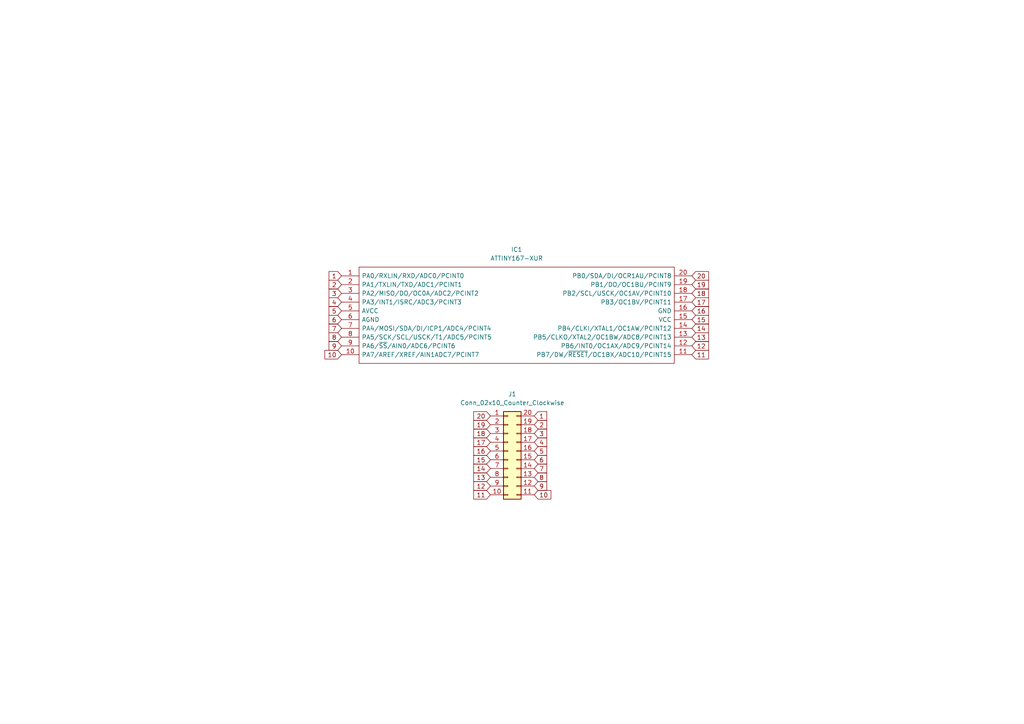
<source format=kicad_sch>
(kicad_sch (version 20211123) (generator eeschema)
  (paper "A4")
  (lib_symbols
    (symbol "Connector_Generic:Conn_02x10_Counter_Clockwise" (pin_names (offset 1.016) hide)
      (property "Reference" "J" (at 1.27 12.7 0))
      (property "Value" "Conn_02x10_Counter_Clockwise" (at 1.27 -15.24 0))
      (symbol "Conn_02x10_Counter_Clockwise_1_1"
        (rectangle (start -1.27 -12.573) (end 0 -12.827) (stroke (width 0.1524)))
        (rectangle (start -1.27 -10.033) (end 0 -10.287) (stroke (width 0.1524)))
        (rectangle (start -1.27 -7.493) (end 0 -7.747) (stroke (width 0.1524)))
        (rectangle (start -1.27 -4.953) (end 0 -5.207) (stroke (width 0.1524)))
        (rectangle (start -1.27 -2.413) (end 0 -2.667) (stroke (width 0.1524)))
        (rectangle (start -1.27 0.127) (end 0 -0.127) (stroke (width 0.1524)))
        (rectangle (start -1.27 2.667) (end 0 2.413) (stroke (width 0.1524)))
        (rectangle (start -1.27 5.207) (end 0 4.953) (stroke (width 0.1524)))
        (rectangle (start -1.27 7.747) (end 0 7.493) (stroke (width 0.1524)))
        (rectangle (start -1.27 10.287) (end 0 10.033) (stroke (width 0.1524)))
        (rectangle (start -1.27 11.43) (end 3.81 -13.97) (stroke (width 0.254)) (fill (type background)))
        (rectangle (start 3.81 -12.573) (end 2.54 -12.827) (stroke (width 0.1524)))
        (rectangle (start 3.81 -10.033) (end 2.54 -10.287) (stroke (width 0.1524)))
        (rectangle (start 3.81 -7.493) (end 2.54 -7.747) (stroke (width 0.1524)))
        (rectangle (start 3.81 -4.953) (end 2.54 -5.207) (stroke (width 0.1524)))
        (rectangle (start 3.81 -2.413) (end 2.54 -2.667) (stroke (width 0.1524)))
        (rectangle (start 3.81 0.127) (end 2.54 -0.127) (stroke (width 0.1524)))
        (rectangle (start 3.81 2.667) (end 2.54 2.413) (stroke (width 0.1524)))
        (rectangle (start 3.81 5.207) (end 2.54 4.953) (stroke (width 0.1524)))
        (rectangle (start 3.81 7.747) (end 2.54 7.493) (stroke (width 0.1524)))
        (rectangle (start 3.81 10.287) (end 2.54 10.033) (stroke (width 0.1524)))
        (pin passive line (at -5.08 10.16 0) (length 3.81) (name "Pin_1") (number "1"))
        (pin passive line (at -5.08 -12.7 0) (length 3.81) (name "Pin_10") (number "10"))
        (pin passive line (at 7.62 -12.7 180) (length 3.81) (name "Pin_11") (number "11"))
        (pin passive line (at 7.62 -10.16 180) (length 3.81) (name "Pin_12") (number "12"))
        (pin passive line (at 7.62 -7.62 180) (length 3.81) (name "Pin_13") (number "13"))
        (pin passive line (at 7.62 -5.08 180) (length 3.81) (name "Pin_14") (number "14"))
        (pin passive line (at 7.62 -2.54 180) (length 3.81) (name "Pin_15") (number "15"))
        (pin passive line (at 7.62 0 180) (length 3.81) (name "Pin_16") (number "16"))
        (pin passive line (at 7.62 2.54 180) (length 3.81) (name "Pin_17") (number "17"))
        (pin passive line (at 7.62 5.08 180) (length 3.81) (name "Pin_18") (number "18"))
        (pin passive line (at 7.62 7.62 180) (length 3.81) (name "Pin_19") (number "19"))
        (pin passive line (at -5.08 7.62 0) (length 3.81) (name "Pin_2") (number "2"))
        (pin passive line (at 7.62 10.16 180) (length 3.81) (name "Pin_20") (number "20"))
        (pin passive line (at -5.08 5.08 0) (length 3.81) (name "Pin_3") (number "3"))
        (pin passive line (at -5.08 2.54 0) (length 3.81) (name "Pin_4") (number "4"))
        (pin passive line (at -5.08 0 0) (length 3.81) (name "Pin_5") (number "5"))
        (pin passive line (at -5.08 -2.54 0) (length 3.81) (name "Pin_6") (number "6"))
        (pin passive line (at -5.08 -5.08 0) (length 3.81) (name "Pin_7") (number "7"))
        (pin passive line (at -5.08 -7.62 0) (length 3.81) (name "Pin_8") (number "8"))
        (pin passive line (at -5.08 -10.16 0) (length 3.81) (name "Pin_9") (number "9"))
      )
    )
    (symbol "User:ATTINY167-XUR" (pin_names (offset 0.762))
      (property "Reference" "IC" (at 97.79 7.62 0))
      (property "Value" "ATTINY167-XUR" (at 97.79 5.08 0))
      (symbol "ATTINY167-XUR_0_0"
        (pin bidirectional line (at 0 0 0) (length 5.08) (name "PA0/RXLIN/RXD/ADC0/PCINT0") (number "1"))
        (pin bidirectional line (at 0 -22.86 0) (length 5.08) (name "PA7/AREF/XREF/AIN1ADC7/PCINT7") (number "10"))
        (pin bidirectional line (at 101.6 -22.86 180) (length 5.08) (name "PB7/DW/~{RESET}/OC1BX/ADC10/PCINT15") (number "11"))
        (pin bidirectional line (at 101.6 -20.32 180) (length 5.08) (name "PB6/INT0/OC1AX/ADC9/PCINT14") (number "12"))
        (pin bidirectional line (at 101.6 -17.78 180) (length 5.08) (name "PB5/CLKO/XTAL2/OC1BW/ADC8/PCINT13") (number "13"))
        (pin bidirectional line (at 101.6 -15.24 180) (length 5.08) (name "PB4/CLKI/XTAL1/OC1AW/PCINT12") (number "14"))
        (pin power_in line (at 101.6 -12.7 180) (length 5.08) (name "VCC") (number "15"))
        (pin power_in line (at 101.6 -10.16 180) (length 5.08) (name "GND") (number "16"))
        (pin bidirectional line (at 101.6 -7.62 180) (length 5.08) (name "PB3/OC1BV/PCINT11") (number "17"))
        (pin bidirectional line (at 101.6 -5.08 180) (length 5.08) (name "PB2/SCL/USCK/OC1AV/PCINT10") (number "18"))
        (pin bidirectional line (at 101.6 -2.54 180) (length 5.08) (name "PB1/DO/OC1BU/PCINT9") (number "19"))
        (pin bidirectional line (at 0 -2.54 0) (length 5.08) (name "PA1/TXLIN/TXD/ADC1/PCINT1") (number "2"))
        (pin bidirectional line (at 101.6 0 180) (length 5.08) (name "PB0/SDA/DI/OCR1AU/PCINT8") (number "20"))
        (pin bidirectional line (at 0 -5.08 0) (length 5.08) (name "PA2/MISO/DO/OC0A/ADC2/PCINT2") (number "3"))
        (pin bidirectional line (at 0 -7.62 0) (length 5.08) (name "PA3/INT1/ISRC/ADC3/PCINT3") (number "4"))
        (pin power_in line (at 0 -10.16 0) (length 5.08) (name "AVCC") (number "5"))
        (pin power_in line (at 0 -12.7 0) (length 5.08) (name "AGND") (number "6"))
        (pin bidirectional line (at 0 -15.24 0) (length 5.08) (name "PA4/MOSI/SDA/DI/ICP1/ADC4/PCINT4") (number "7"))
        (pin bidirectional line (at 0 -17.78 0) (length 5.08) (name "PA5/SCK/SCL/USCK/T1/ADC5/PCINT5") (number "8"))
        (pin bidirectional line (at 0 -20.32 0) (length 5.08) (name "PA6/~{SS}/AIN0/ADC6/PCINT6") (number "9"))
      )
      (symbol "ATTINY167-XUR_0_1"
        (polyline (pts (xy 5.08 2.54) (xy 96.52 2.54) (xy 96.52 -25.4) (xy 5.08 -25.4) (xy 5.08 2.54)) (stroke (width 0.1524)))
      )
    )
  )
  (global_label "18" (shape input) (at 200.66 85.09 0) (property "Intersheet References" "${INTERSHEET_REFS}" (effects hide)))
  (global_label "15" (shape input) (at 142.24 133.35 180) (property "Intersheet References" "${INTERSHEET_REFS}" (effects hide)))
  (global_label "14" (shape input) (at 142.24 135.89 180) (property "Intersheet References" "${INTERSHEET_REFS}" (effects hide)))
  (global_label "10" (shape input) (at 99.06 102.87 180) (property "Intersheet References" "${INTERSHEET_REFS}" (effects hide)))
  (global_label "5" (shape input) (at 154.94 130.81 0) (property "Intersheet References" "${INTERSHEET_REFS}" (effects hide)))
  (global_label "13" (shape input) (at 142.24 138.43 180) (property "Intersheet References" "${INTERSHEET_REFS}" (effects hide)))
  (global_label "4" (shape input) (at 99.06 87.63 180) (property "Intersheet References" "${INTERSHEET_REFS}" (effects hide)))
  (global_label "12" (shape input) (at 200.66 100.33 0) (property "Intersheet References" "${INTERSHEET_REFS}" (effects hide)))
  (global_label "20" (shape input) (at 200.66 80.01 0) (property "Intersheet References" "${INTERSHEET_REFS}" (effects hide)))
  (global_label "8" (shape input) (at 99.06 97.79 180) (property "Intersheet References" "${INTERSHEET_REFS}" (effects hide)))
  (global_label "11" (shape input) (at 142.24 143.51 180) (property "Intersheet References" "${INTERSHEET_REFS}" (effects hide)))
  (global_label "9" (shape input) (at 99.06 100.33 180) (property "Intersheet References" "${INTERSHEET_REFS}" (effects hide)))
  (global_label "16" (shape input) (at 142.24 130.81 180) (property "Intersheet References" "${INTERSHEET_REFS}" (effects hide)))
  (global_label "3" (shape input) (at 99.06 85.09 180) (property "Intersheet References" "${INTERSHEET_REFS}" (effects hide)))
  (global_label "14" (shape input) (at 200.66 95.25 0) (property "Intersheet References" "${INTERSHEET_REFS}" (effects hide)))
  (global_label "2" (shape input) (at 99.06 82.55 180) (property "Intersheet References" "${INTERSHEET_REFS}" (effects hide)))
  (global_label "1" (shape input) (at 99.06 80.01 180) (property "Intersheet References" "${INTERSHEET_REFS}" (effects hide)))
  (global_label "19" (shape input) (at 200.66 82.55 0) (property "Intersheet References" "${INTERSHEET_REFS}" (effects hide)))
  (global_label "20" (shape input) (at 142.24 120.65 180) (property "Intersheet References" "${INTERSHEET_REFS}" (effects hide)))
  (global_label "7" (shape input) (at 99.06 95.25 180) (property "Intersheet References" "${INTERSHEET_REFS}" (effects hide)))
  (global_label "10" (shape input) (at 154.94 143.51 0) (property "Intersheet References" "${INTERSHEET_REFS}" (effects hide)))
  (global_label "1" (shape input) (at 154.94 120.65 0) (property "Intersheet References" "${INTERSHEET_REFS}" (effects hide)))
  (global_label "17" (shape input) (at 142.24 128.27 180) (property "Intersheet References" "${INTERSHEET_REFS}" (effects hide)))
  (global_label "17" (shape input) (at 200.66 87.63 0) (property "Intersheet References" "${INTERSHEET_REFS}" (effects hide)))
  (global_label "11" (shape input) (at 200.66 102.87 0) (property "Intersheet References" "${INTERSHEET_REFS}" (effects hide)))
  (global_label "9" (shape input) (at 154.94 140.97 0) (property "Intersheet References" "${INTERSHEET_REFS}" (effects hide)))
  (global_label "2" (shape input) (at 154.94 123.19 0) (property "Intersheet References" "${INTERSHEET_REFS}" (effects hide)))
  (global_label "15" (shape input) (at 200.66 92.71 0) (property "Intersheet References" "${INTERSHEET_REFS}" (effects hide)))
  (global_label "16" (shape input) (at 200.66 90.17 0) (property "Intersheet References" "${INTERSHEET_REFS}" (effects hide)))
  (global_label "6" (shape input) (at 99.06 92.71 180) (property "Intersheet References" "${INTERSHEET_REFS}" (effects hide)))
  (global_label "5" (shape input) (at 99.06 90.17 180) (property "Intersheet References" "${INTERSHEET_REFS}" (effects hide)))
  (global_label "6" (shape input) (at 154.94 133.35 0) (property "Intersheet References" "${INTERSHEET_REFS}" (effects hide)))
  (global_label "18" (shape input) (at 142.24 125.73 180) (property "Intersheet References" "${INTERSHEET_REFS}" (effects hide)))
  (global_label "12" (shape input) (at 142.24 140.97 180) (property "Intersheet References" "${INTERSHEET_REFS}" (effects hide)))
  (global_label "4" (shape input) (at 154.94 128.27 0) (property "Intersheet References" "${INTERSHEET_REFS}" (effects hide)))
  (global_label "8" (shape input) (at 154.94 138.43 0) (property "Intersheet References" "${INTERSHEET_REFS}" (effects hide)))
  (global_label "13" (shape input) (at 200.66 97.79 0) (property "Intersheet References" "${INTERSHEET_REFS}" (effects hide)))
  (global_label "7" (shape input) (at 154.94 135.89 0) (property "Intersheet References" "${INTERSHEET_REFS}" (effects hide)))
  (global_label "3" (shape input) (at 154.94 125.73 0) (property "Intersheet References" "${INTERSHEET_REFS}" (effects hide)))
  (global_label "19" (shape input) (at 142.24 123.19 180) (property "Intersheet References" "${INTERSHEET_REFS}" (effects hide)))
  (symbol (lib_id "User:ATTINY167-XUR") (at 99.06 80.01 0) (unit 1)
    (property "Reference" "IC1" (at 149.86 72.39 0))
    (property "Value" "ATTINY167-XUR" (at 149.86 74.93 0))
    (property "Footprint" "Package_SO:TSSOP-20_4.4x6.5mm_P0.65mm" (effects hide))
    (property "Datasheet" "https://ms.componentsearchengine.com/Datasheets/1/ATTINY167-XUR.pdf" (effects hide))
    (property "Description" "8-bit Microcontrollers - MCU AVR 16KB FL 512B EE 512B RAM 16MHz Ind-G" (effects hide))
    (property "Height" "2.64" (effects hide))
    (property "Manufacturer_Name" "Microchip" (effects hide))
    (property "Manufacturer_Part_Number" "ATTINY167-XUR" (effects hide))
  )
  (symbol (lib_id "Connector_Generic:Conn_02x10_Counter_Clockwise") (at 147.32 130.81 0) (unit 1)
    (property "Reference" "J1" (at 148.59 114.3 0))
    (property "Value" "Conn_02x10_Counter_Clockwise" (at 148.59 116.84 0))
    (property "Footprint" "Package_DIP:DIP-20_W7.62mm_Socket" (effects hide))
  )
)
</source>
